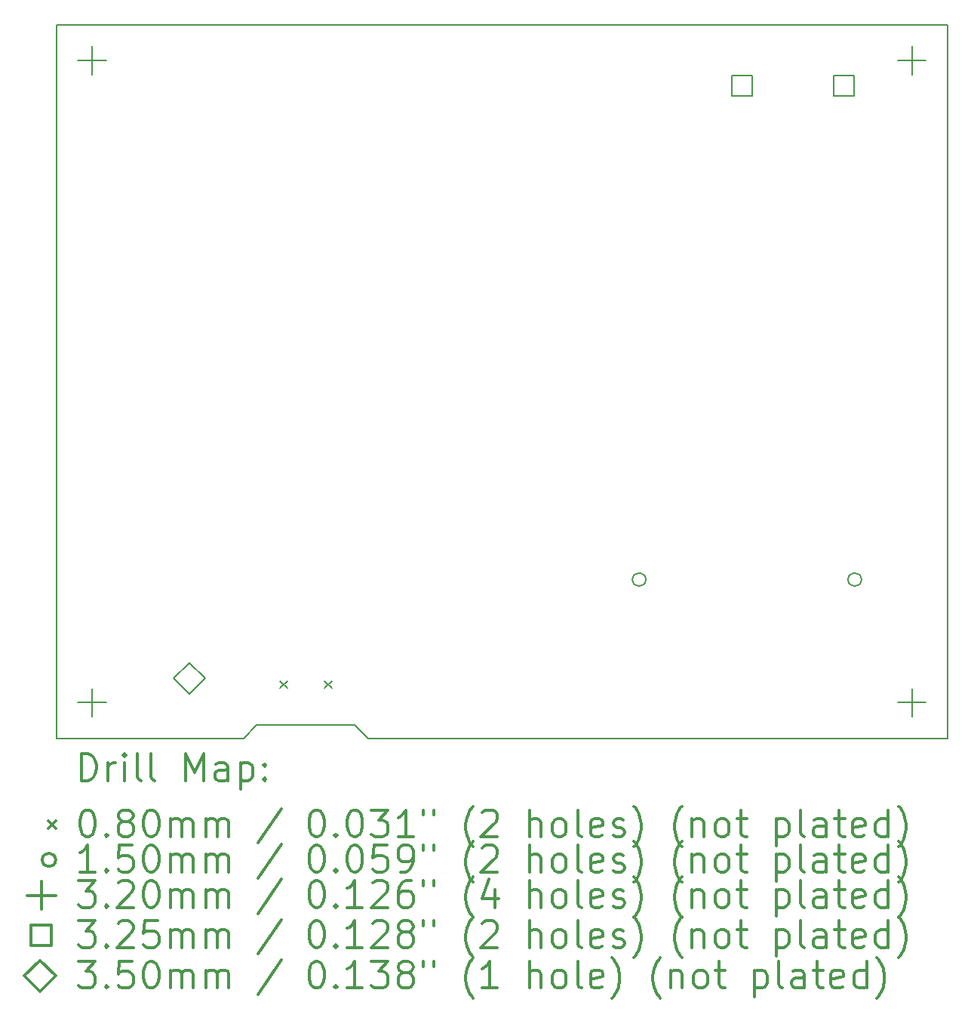
<source format=gbr>
%FSLAX45Y45*%
G04 Gerber Fmt 4.5, Leading zero omitted, Abs format (unit mm)*
G04 Created by KiCad (PCBNEW (5.1.6)-1) date 2021-05-12 21:13:57*
%MOMM*%
%LPD*%
G01*
G04 APERTURE LIST*
%TA.AperFunction,Profile*%
%ADD10C,0.150000*%
%TD*%
%ADD11C,0.200000*%
%ADD12C,0.300000*%
G04 APERTURE END LIST*
D10*
X8100000Y-14000000D02*
X6000000Y-14000000D01*
X9350000Y-13850000D02*
X9500000Y-14000000D01*
X8250000Y-13850000D02*
X9350000Y-13850000D01*
X8250000Y-13850000D02*
X8100000Y-14000000D01*
X16000000Y-6000000D02*
X16000000Y-14000000D01*
X9500000Y-14000000D02*
X16000000Y-14000000D01*
X6000000Y-6000000D02*
X6000000Y-14000000D01*
X6000000Y-6000000D02*
X16000000Y-6000000D01*
D11*
X8510000Y-13355000D02*
X8590000Y-13435000D01*
X8590000Y-13355000D02*
X8510000Y-13435000D01*
X9010000Y-13355000D02*
X9090000Y-13435000D01*
X9090000Y-13355000D02*
X9010000Y-13435000D01*
X12615000Y-12220000D02*
G75*
G03*
X12615000Y-12220000I-75000J0D01*
G01*
X15035000Y-12220000D02*
G75*
G03*
X15035000Y-12220000I-75000J0D01*
G01*
X6400000Y-6240000D02*
X6400000Y-6560000D01*
X6240000Y-6400000D02*
X6560000Y-6400000D01*
X6400000Y-13440000D02*
X6400000Y-13760000D01*
X6240000Y-13600000D02*
X6560000Y-13600000D01*
X15600000Y-13440000D02*
X15600000Y-13760000D01*
X15440000Y-13600000D02*
X15760000Y-13600000D01*
X15600000Y-6240000D02*
X15600000Y-6560000D01*
X15440000Y-6400000D02*
X15760000Y-6400000D01*
X13808906Y-6800906D02*
X13808906Y-6571094D01*
X13579094Y-6571094D01*
X13579094Y-6800906D01*
X13808906Y-6800906D01*
X14951906Y-6800906D02*
X14951906Y-6571094D01*
X14722094Y-6571094D01*
X14722094Y-6800906D01*
X14951906Y-6800906D01*
X7493000Y-13502500D02*
X7668000Y-13327500D01*
X7493000Y-13152500D01*
X7318000Y-13327500D01*
X7493000Y-13502500D01*
D12*
X6278928Y-14473214D02*
X6278928Y-14173214D01*
X6350357Y-14173214D01*
X6393214Y-14187500D01*
X6421786Y-14216071D01*
X6436071Y-14244643D01*
X6450357Y-14301786D01*
X6450357Y-14344643D01*
X6436071Y-14401786D01*
X6421786Y-14430357D01*
X6393214Y-14458929D01*
X6350357Y-14473214D01*
X6278928Y-14473214D01*
X6578928Y-14473214D02*
X6578928Y-14273214D01*
X6578928Y-14330357D02*
X6593214Y-14301786D01*
X6607500Y-14287500D01*
X6636071Y-14273214D01*
X6664643Y-14273214D01*
X6764643Y-14473214D02*
X6764643Y-14273214D01*
X6764643Y-14173214D02*
X6750357Y-14187500D01*
X6764643Y-14201786D01*
X6778928Y-14187500D01*
X6764643Y-14173214D01*
X6764643Y-14201786D01*
X6950357Y-14473214D02*
X6921786Y-14458929D01*
X6907500Y-14430357D01*
X6907500Y-14173214D01*
X7107500Y-14473214D02*
X7078928Y-14458929D01*
X7064643Y-14430357D01*
X7064643Y-14173214D01*
X7450357Y-14473214D02*
X7450357Y-14173214D01*
X7550357Y-14387500D01*
X7650357Y-14173214D01*
X7650357Y-14473214D01*
X7921786Y-14473214D02*
X7921786Y-14316071D01*
X7907500Y-14287500D01*
X7878928Y-14273214D01*
X7821786Y-14273214D01*
X7793214Y-14287500D01*
X7921786Y-14458929D02*
X7893214Y-14473214D01*
X7821786Y-14473214D01*
X7793214Y-14458929D01*
X7778928Y-14430357D01*
X7778928Y-14401786D01*
X7793214Y-14373214D01*
X7821786Y-14358929D01*
X7893214Y-14358929D01*
X7921786Y-14344643D01*
X8064643Y-14273214D02*
X8064643Y-14573214D01*
X8064643Y-14287500D02*
X8093214Y-14273214D01*
X8150357Y-14273214D01*
X8178928Y-14287500D01*
X8193214Y-14301786D01*
X8207500Y-14330357D01*
X8207500Y-14416071D01*
X8193214Y-14444643D01*
X8178928Y-14458929D01*
X8150357Y-14473214D01*
X8093214Y-14473214D01*
X8064643Y-14458929D01*
X8336071Y-14444643D02*
X8350357Y-14458929D01*
X8336071Y-14473214D01*
X8321786Y-14458929D01*
X8336071Y-14444643D01*
X8336071Y-14473214D01*
X8336071Y-14287500D02*
X8350357Y-14301786D01*
X8336071Y-14316071D01*
X8321786Y-14301786D01*
X8336071Y-14287500D01*
X8336071Y-14316071D01*
X5912500Y-14927500D02*
X5992500Y-15007500D01*
X5992500Y-14927500D02*
X5912500Y-15007500D01*
X6336071Y-14803214D02*
X6364643Y-14803214D01*
X6393214Y-14817500D01*
X6407500Y-14831786D01*
X6421786Y-14860357D01*
X6436071Y-14917500D01*
X6436071Y-14988929D01*
X6421786Y-15046071D01*
X6407500Y-15074643D01*
X6393214Y-15088929D01*
X6364643Y-15103214D01*
X6336071Y-15103214D01*
X6307500Y-15088929D01*
X6293214Y-15074643D01*
X6278928Y-15046071D01*
X6264643Y-14988929D01*
X6264643Y-14917500D01*
X6278928Y-14860357D01*
X6293214Y-14831786D01*
X6307500Y-14817500D01*
X6336071Y-14803214D01*
X6564643Y-15074643D02*
X6578928Y-15088929D01*
X6564643Y-15103214D01*
X6550357Y-15088929D01*
X6564643Y-15074643D01*
X6564643Y-15103214D01*
X6750357Y-14931786D02*
X6721786Y-14917500D01*
X6707500Y-14903214D01*
X6693214Y-14874643D01*
X6693214Y-14860357D01*
X6707500Y-14831786D01*
X6721786Y-14817500D01*
X6750357Y-14803214D01*
X6807500Y-14803214D01*
X6836071Y-14817500D01*
X6850357Y-14831786D01*
X6864643Y-14860357D01*
X6864643Y-14874643D01*
X6850357Y-14903214D01*
X6836071Y-14917500D01*
X6807500Y-14931786D01*
X6750357Y-14931786D01*
X6721786Y-14946071D01*
X6707500Y-14960357D01*
X6693214Y-14988929D01*
X6693214Y-15046071D01*
X6707500Y-15074643D01*
X6721786Y-15088929D01*
X6750357Y-15103214D01*
X6807500Y-15103214D01*
X6836071Y-15088929D01*
X6850357Y-15074643D01*
X6864643Y-15046071D01*
X6864643Y-14988929D01*
X6850357Y-14960357D01*
X6836071Y-14946071D01*
X6807500Y-14931786D01*
X7050357Y-14803214D02*
X7078928Y-14803214D01*
X7107500Y-14817500D01*
X7121786Y-14831786D01*
X7136071Y-14860357D01*
X7150357Y-14917500D01*
X7150357Y-14988929D01*
X7136071Y-15046071D01*
X7121786Y-15074643D01*
X7107500Y-15088929D01*
X7078928Y-15103214D01*
X7050357Y-15103214D01*
X7021786Y-15088929D01*
X7007500Y-15074643D01*
X6993214Y-15046071D01*
X6978928Y-14988929D01*
X6978928Y-14917500D01*
X6993214Y-14860357D01*
X7007500Y-14831786D01*
X7021786Y-14817500D01*
X7050357Y-14803214D01*
X7278928Y-15103214D02*
X7278928Y-14903214D01*
X7278928Y-14931786D02*
X7293214Y-14917500D01*
X7321786Y-14903214D01*
X7364643Y-14903214D01*
X7393214Y-14917500D01*
X7407500Y-14946071D01*
X7407500Y-15103214D01*
X7407500Y-14946071D02*
X7421786Y-14917500D01*
X7450357Y-14903214D01*
X7493214Y-14903214D01*
X7521786Y-14917500D01*
X7536071Y-14946071D01*
X7536071Y-15103214D01*
X7678928Y-15103214D02*
X7678928Y-14903214D01*
X7678928Y-14931786D02*
X7693214Y-14917500D01*
X7721786Y-14903214D01*
X7764643Y-14903214D01*
X7793214Y-14917500D01*
X7807500Y-14946071D01*
X7807500Y-15103214D01*
X7807500Y-14946071D02*
X7821786Y-14917500D01*
X7850357Y-14903214D01*
X7893214Y-14903214D01*
X7921786Y-14917500D01*
X7936071Y-14946071D01*
X7936071Y-15103214D01*
X8521786Y-14788929D02*
X8264643Y-15174643D01*
X8907500Y-14803214D02*
X8936071Y-14803214D01*
X8964643Y-14817500D01*
X8978928Y-14831786D01*
X8993214Y-14860357D01*
X9007500Y-14917500D01*
X9007500Y-14988929D01*
X8993214Y-15046071D01*
X8978928Y-15074643D01*
X8964643Y-15088929D01*
X8936071Y-15103214D01*
X8907500Y-15103214D01*
X8878928Y-15088929D01*
X8864643Y-15074643D01*
X8850357Y-15046071D01*
X8836071Y-14988929D01*
X8836071Y-14917500D01*
X8850357Y-14860357D01*
X8864643Y-14831786D01*
X8878928Y-14817500D01*
X8907500Y-14803214D01*
X9136071Y-15074643D02*
X9150357Y-15088929D01*
X9136071Y-15103214D01*
X9121786Y-15088929D01*
X9136071Y-15074643D01*
X9136071Y-15103214D01*
X9336071Y-14803214D02*
X9364643Y-14803214D01*
X9393214Y-14817500D01*
X9407500Y-14831786D01*
X9421786Y-14860357D01*
X9436071Y-14917500D01*
X9436071Y-14988929D01*
X9421786Y-15046071D01*
X9407500Y-15074643D01*
X9393214Y-15088929D01*
X9364643Y-15103214D01*
X9336071Y-15103214D01*
X9307500Y-15088929D01*
X9293214Y-15074643D01*
X9278928Y-15046071D01*
X9264643Y-14988929D01*
X9264643Y-14917500D01*
X9278928Y-14860357D01*
X9293214Y-14831786D01*
X9307500Y-14817500D01*
X9336071Y-14803214D01*
X9536071Y-14803214D02*
X9721786Y-14803214D01*
X9621786Y-14917500D01*
X9664643Y-14917500D01*
X9693214Y-14931786D01*
X9707500Y-14946071D01*
X9721786Y-14974643D01*
X9721786Y-15046071D01*
X9707500Y-15074643D01*
X9693214Y-15088929D01*
X9664643Y-15103214D01*
X9578928Y-15103214D01*
X9550357Y-15088929D01*
X9536071Y-15074643D01*
X10007500Y-15103214D02*
X9836071Y-15103214D01*
X9921786Y-15103214D02*
X9921786Y-14803214D01*
X9893214Y-14846071D01*
X9864643Y-14874643D01*
X9836071Y-14888929D01*
X10121786Y-14803214D02*
X10121786Y-14860357D01*
X10236071Y-14803214D02*
X10236071Y-14860357D01*
X10678928Y-15217500D02*
X10664643Y-15203214D01*
X10636071Y-15160357D01*
X10621786Y-15131786D01*
X10607500Y-15088929D01*
X10593214Y-15017500D01*
X10593214Y-14960357D01*
X10607500Y-14888929D01*
X10621786Y-14846071D01*
X10636071Y-14817500D01*
X10664643Y-14774643D01*
X10678928Y-14760357D01*
X10778928Y-14831786D02*
X10793214Y-14817500D01*
X10821786Y-14803214D01*
X10893214Y-14803214D01*
X10921786Y-14817500D01*
X10936071Y-14831786D01*
X10950357Y-14860357D01*
X10950357Y-14888929D01*
X10936071Y-14931786D01*
X10764643Y-15103214D01*
X10950357Y-15103214D01*
X11307500Y-15103214D02*
X11307500Y-14803214D01*
X11436071Y-15103214D02*
X11436071Y-14946071D01*
X11421786Y-14917500D01*
X11393214Y-14903214D01*
X11350357Y-14903214D01*
X11321786Y-14917500D01*
X11307500Y-14931786D01*
X11621786Y-15103214D02*
X11593214Y-15088929D01*
X11578928Y-15074643D01*
X11564643Y-15046071D01*
X11564643Y-14960357D01*
X11578928Y-14931786D01*
X11593214Y-14917500D01*
X11621786Y-14903214D01*
X11664643Y-14903214D01*
X11693214Y-14917500D01*
X11707500Y-14931786D01*
X11721786Y-14960357D01*
X11721786Y-15046071D01*
X11707500Y-15074643D01*
X11693214Y-15088929D01*
X11664643Y-15103214D01*
X11621786Y-15103214D01*
X11893214Y-15103214D02*
X11864643Y-15088929D01*
X11850357Y-15060357D01*
X11850357Y-14803214D01*
X12121786Y-15088929D02*
X12093214Y-15103214D01*
X12036071Y-15103214D01*
X12007500Y-15088929D01*
X11993214Y-15060357D01*
X11993214Y-14946071D01*
X12007500Y-14917500D01*
X12036071Y-14903214D01*
X12093214Y-14903214D01*
X12121786Y-14917500D01*
X12136071Y-14946071D01*
X12136071Y-14974643D01*
X11993214Y-15003214D01*
X12250357Y-15088929D02*
X12278928Y-15103214D01*
X12336071Y-15103214D01*
X12364643Y-15088929D01*
X12378928Y-15060357D01*
X12378928Y-15046071D01*
X12364643Y-15017500D01*
X12336071Y-15003214D01*
X12293214Y-15003214D01*
X12264643Y-14988929D01*
X12250357Y-14960357D01*
X12250357Y-14946071D01*
X12264643Y-14917500D01*
X12293214Y-14903214D01*
X12336071Y-14903214D01*
X12364643Y-14917500D01*
X12478928Y-15217500D02*
X12493214Y-15203214D01*
X12521786Y-15160357D01*
X12536071Y-15131786D01*
X12550357Y-15088929D01*
X12564643Y-15017500D01*
X12564643Y-14960357D01*
X12550357Y-14888929D01*
X12536071Y-14846071D01*
X12521786Y-14817500D01*
X12493214Y-14774643D01*
X12478928Y-14760357D01*
X13021786Y-15217500D02*
X13007500Y-15203214D01*
X12978928Y-15160357D01*
X12964643Y-15131786D01*
X12950357Y-15088929D01*
X12936071Y-15017500D01*
X12936071Y-14960357D01*
X12950357Y-14888929D01*
X12964643Y-14846071D01*
X12978928Y-14817500D01*
X13007500Y-14774643D01*
X13021786Y-14760357D01*
X13136071Y-14903214D02*
X13136071Y-15103214D01*
X13136071Y-14931786D02*
X13150357Y-14917500D01*
X13178928Y-14903214D01*
X13221786Y-14903214D01*
X13250357Y-14917500D01*
X13264643Y-14946071D01*
X13264643Y-15103214D01*
X13450357Y-15103214D02*
X13421786Y-15088929D01*
X13407500Y-15074643D01*
X13393214Y-15046071D01*
X13393214Y-14960357D01*
X13407500Y-14931786D01*
X13421786Y-14917500D01*
X13450357Y-14903214D01*
X13493214Y-14903214D01*
X13521786Y-14917500D01*
X13536071Y-14931786D01*
X13550357Y-14960357D01*
X13550357Y-15046071D01*
X13536071Y-15074643D01*
X13521786Y-15088929D01*
X13493214Y-15103214D01*
X13450357Y-15103214D01*
X13636071Y-14903214D02*
X13750357Y-14903214D01*
X13678928Y-14803214D02*
X13678928Y-15060357D01*
X13693214Y-15088929D01*
X13721786Y-15103214D01*
X13750357Y-15103214D01*
X14078928Y-14903214D02*
X14078928Y-15203214D01*
X14078928Y-14917500D02*
X14107500Y-14903214D01*
X14164643Y-14903214D01*
X14193214Y-14917500D01*
X14207500Y-14931786D01*
X14221786Y-14960357D01*
X14221786Y-15046071D01*
X14207500Y-15074643D01*
X14193214Y-15088929D01*
X14164643Y-15103214D01*
X14107500Y-15103214D01*
X14078928Y-15088929D01*
X14393214Y-15103214D02*
X14364643Y-15088929D01*
X14350357Y-15060357D01*
X14350357Y-14803214D01*
X14636071Y-15103214D02*
X14636071Y-14946071D01*
X14621786Y-14917500D01*
X14593214Y-14903214D01*
X14536071Y-14903214D01*
X14507500Y-14917500D01*
X14636071Y-15088929D02*
X14607500Y-15103214D01*
X14536071Y-15103214D01*
X14507500Y-15088929D01*
X14493214Y-15060357D01*
X14493214Y-15031786D01*
X14507500Y-15003214D01*
X14536071Y-14988929D01*
X14607500Y-14988929D01*
X14636071Y-14974643D01*
X14736071Y-14903214D02*
X14850357Y-14903214D01*
X14778928Y-14803214D02*
X14778928Y-15060357D01*
X14793214Y-15088929D01*
X14821786Y-15103214D01*
X14850357Y-15103214D01*
X15064643Y-15088929D02*
X15036071Y-15103214D01*
X14978928Y-15103214D01*
X14950357Y-15088929D01*
X14936071Y-15060357D01*
X14936071Y-14946071D01*
X14950357Y-14917500D01*
X14978928Y-14903214D01*
X15036071Y-14903214D01*
X15064643Y-14917500D01*
X15078928Y-14946071D01*
X15078928Y-14974643D01*
X14936071Y-15003214D01*
X15336071Y-15103214D02*
X15336071Y-14803214D01*
X15336071Y-15088929D02*
X15307500Y-15103214D01*
X15250357Y-15103214D01*
X15221786Y-15088929D01*
X15207500Y-15074643D01*
X15193214Y-15046071D01*
X15193214Y-14960357D01*
X15207500Y-14931786D01*
X15221786Y-14917500D01*
X15250357Y-14903214D01*
X15307500Y-14903214D01*
X15336071Y-14917500D01*
X15450357Y-15217500D02*
X15464643Y-15203214D01*
X15493214Y-15160357D01*
X15507500Y-15131786D01*
X15521786Y-15088929D01*
X15536071Y-15017500D01*
X15536071Y-14960357D01*
X15521786Y-14888929D01*
X15507500Y-14846071D01*
X15493214Y-14817500D01*
X15464643Y-14774643D01*
X15450357Y-14760357D01*
X5992500Y-15363500D02*
G75*
G03*
X5992500Y-15363500I-75000J0D01*
G01*
X6436071Y-15499214D02*
X6264643Y-15499214D01*
X6350357Y-15499214D02*
X6350357Y-15199214D01*
X6321786Y-15242071D01*
X6293214Y-15270643D01*
X6264643Y-15284929D01*
X6564643Y-15470643D02*
X6578928Y-15484929D01*
X6564643Y-15499214D01*
X6550357Y-15484929D01*
X6564643Y-15470643D01*
X6564643Y-15499214D01*
X6850357Y-15199214D02*
X6707500Y-15199214D01*
X6693214Y-15342071D01*
X6707500Y-15327786D01*
X6736071Y-15313500D01*
X6807500Y-15313500D01*
X6836071Y-15327786D01*
X6850357Y-15342071D01*
X6864643Y-15370643D01*
X6864643Y-15442071D01*
X6850357Y-15470643D01*
X6836071Y-15484929D01*
X6807500Y-15499214D01*
X6736071Y-15499214D01*
X6707500Y-15484929D01*
X6693214Y-15470643D01*
X7050357Y-15199214D02*
X7078928Y-15199214D01*
X7107500Y-15213500D01*
X7121786Y-15227786D01*
X7136071Y-15256357D01*
X7150357Y-15313500D01*
X7150357Y-15384929D01*
X7136071Y-15442071D01*
X7121786Y-15470643D01*
X7107500Y-15484929D01*
X7078928Y-15499214D01*
X7050357Y-15499214D01*
X7021786Y-15484929D01*
X7007500Y-15470643D01*
X6993214Y-15442071D01*
X6978928Y-15384929D01*
X6978928Y-15313500D01*
X6993214Y-15256357D01*
X7007500Y-15227786D01*
X7021786Y-15213500D01*
X7050357Y-15199214D01*
X7278928Y-15499214D02*
X7278928Y-15299214D01*
X7278928Y-15327786D02*
X7293214Y-15313500D01*
X7321786Y-15299214D01*
X7364643Y-15299214D01*
X7393214Y-15313500D01*
X7407500Y-15342071D01*
X7407500Y-15499214D01*
X7407500Y-15342071D02*
X7421786Y-15313500D01*
X7450357Y-15299214D01*
X7493214Y-15299214D01*
X7521786Y-15313500D01*
X7536071Y-15342071D01*
X7536071Y-15499214D01*
X7678928Y-15499214D02*
X7678928Y-15299214D01*
X7678928Y-15327786D02*
X7693214Y-15313500D01*
X7721786Y-15299214D01*
X7764643Y-15299214D01*
X7793214Y-15313500D01*
X7807500Y-15342071D01*
X7807500Y-15499214D01*
X7807500Y-15342071D02*
X7821786Y-15313500D01*
X7850357Y-15299214D01*
X7893214Y-15299214D01*
X7921786Y-15313500D01*
X7936071Y-15342071D01*
X7936071Y-15499214D01*
X8521786Y-15184929D02*
X8264643Y-15570643D01*
X8907500Y-15199214D02*
X8936071Y-15199214D01*
X8964643Y-15213500D01*
X8978928Y-15227786D01*
X8993214Y-15256357D01*
X9007500Y-15313500D01*
X9007500Y-15384929D01*
X8993214Y-15442071D01*
X8978928Y-15470643D01*
X8964643Y-15484929D01*
X8936071Y-15499214D01*
X8907500Y-15499214D01*
X8878928Y-15484929D01*
X8864643Y-15470643D01*
X8850357Y-15442071D01*
X8836071Y-15384929D01*
X8836071Y-15313500D01*
X8850357Y-15256357D01*
X8864643Y-15227786D01*
X8878928Y-15213500D01*
X8907500Y-15199214D01*
X9136071Y-15470643D02*
X9150357Y-15484929D01*
X9136071Y-15499214D01*
X9121786Y-15484929D01*
X9136071Y-15470643D01*
X9136071Y-15499214D01*
X9336071Y-15199214D02*
X9364643Y-15199214D01*
X9393214Y-15213500D01*
X9407500Y-15227786D01*
X9421786Y-15256357D01*
X9436071Y-15313500D01*
X9436071Y-15384929D01*
X9421786Y-15442071D01*
X9407500Y-15470643D01*
X9393214Y-15484929D01*
X9364643Y-15499214D01*
X9336071Y-15499214D01*
X9307500Y-15484929D01*
X9293214Y-15470643D01*
X9278928Y-15442071D01*
X9264643Y-15384929D01*
X9264643Y-15313500D01*
X9278928Y-15256357D01*
X9293214Y-15227786D01*
X9307500Y-15213500D01*
X9336071Y-15199214D01*
X9707500Y-15199214D02*
X9564643Y-15199214D01*
X9550357Y-15342071D01*
X9564643Y-15327786D01*
X9593214Y-15313500D01*
X9664643Y-15313500D01*
X9693214Y-15327786D01*
X9707500Y-15342071D01*
X9721786Y-15370643D01*
X9721786Y-15442071D01*
X9707500Y-15470643D01*
X9693214Y-15484929D01*
X9664643Y-15499214D01*
X9593214Y-15499214D01*
X9564643Y-15484929D01*
X9550357Y-15470643D01*
X9864643Y-15499214D02*
X9921786Y-15499214D01*
X9950357Y-15484929D01*
X9964643Y-15470643D01*
X9993214Y-15427786D01*
X10007500Y-15370643D01*
X10007500Y-15256357D01*
X9993214Y-15227786D01*
X9978928Y-15213500D01*
X9950357Y-15199214D01*
X9893214Y-15199214D01*
X9864643Y-15213500D01*
X9850357Y-15227786D01*
X9836071Y-15256357D01*
X9836071Y-15327786D01*
X9850357Y-15356357D01*
X9864643Y-15370643D01*
X9893214Y-15384929D01*
X9950357Y-15384929D01*
X9978928Y-15370643D01*
X9993214Y-15356357D01*
X10007500Y-15327786D01*
X10121786Y-15199214D02*
X10121786Y-15256357D01*
X10236071Y-15199214D02*
X10236071Y-15256357D01*
X10678928Y-15613500D02*
X10664643Y-15599214D01*
X10636071Y-15556357D01*
X10621786Y-15527786D01*
X10607500Y-15484929D01*
X10593214Y-15413500D01*
X10593214Y-15356357D01*
X10607500Y-15284929D01*
X10621786Y-15242071D01*
X10636071Y-15213500D01*
X10664643Y-15170643D01*
X10678928Y-15156357D01*
X10778928Y-15227786D02*
X10793214Y-15213500D01*
X10821786Y-15199214D01*
X10893214Y-15199214D01*
X10921786Y-15213500D01*
X10936071Y-15227786D01*
X10950357Y-15256357D01*
X10950357Y-15284929D01*
X10936071Y-15327786D01*
X10764643Y-15499214D01*
X10950357Y-15499214D01*
X11307500Y-15499214D02*
X11307500Y-15199214D01*
X11436071Y-15499214D02*
X11436071Y-15342071D01*
X11421786Y-15313500D01*
X11393214Y-15299214D01*
X11350357Y-15299214D01*
X11321786Y-15313500D01*
X11307500Y-15327786D01*
X11621786Y-15499214D02*
X11593214Y-15484929D01*
X11578928Y-15470643D01*
X11564643Y-15442071D01*
X11564643Y-15356357D01*
X11578928Y-15327786D01*
X11593214Y-15313500D01*
X11621786Y-15299214D01*
X11664643Y-15299214D01*
X11693214Y-15313500D01*
X11707500Y-15327786D01*
X11721786Y-15356357D01*
X11721786Y-15442071D01*
X11707500Y-15470643D01*
X11693214Y-15484929D01*
X11664643Y-15499214D01*
X11621786Y-15499214D01*
X11893214Y-15499214D02*
X11864643Y-15484929D01*
X11850357Y-15456357D01*
X11850357Y-15199214D01*
X12121786Y-15484929D02*
X12093214Y-15499214D01*
X12036071Y-15499214D01*
X12007500Y-15484929D01*
X11993214Y-15456357D01*
X11993214Y-15342071D01*
X12007500Y-15313500D01*
X12036071Y-15299214D01*
X12093214Y-15299214D01*
X12121786Y-15313500D01*
X12136071Y-15342071D01*
X12136071Y-15370643D01*
X11993214Y-15399214D01*
X12250357Y-15484929D02*
X12278928Y-15499214D01*
X12336071Y-15499214D01*
X12364643Y-15484929D01*
X12378928Y-15456357D01*
X12378928Y-15442071D01*
X12364643Y-15413500D01*
X12336071Y-15399214D01*
X12293214Y-15399214D01*
X12264643Y-15384929D01*
X12250357Y-15356357D01*
X12250357Y-15342071D01*
X12264643Y-15313500D01*
X12293214Y-15299214D01*
X12336071Y-15299214D01*
X12364643Y-15313500D01*
X12478928Y-15613500D02*
X12493214Y-15599214D01*
X12521786Y-15556357D01*
X12536071Y-15527786D01*
X12550357Y-15484929D01*
X12564643Y-15413500D01*
X12564643Y-15356357D01*
X12550357Y-15284929D01*
X12536071Y-15242071D01*
X12521786Y-15213500D01*
X12493214Y-15170643D01*
X12478928Y-15156357D01*
X13021786Y-15613500D02*
X13007500Y-15599214D01*
X12978928Y-15556357D01*
X12964643Y-15527786D01*
X12950357Y-15484929D01*
X12936071Y-15413500D01*
X12936071Y-15356357D01*
X12950357Y-15284929D01*
X12964643Y-15242071D01*
X12978928Y-15213500D01*
X13007500Y-15170643D01*
X13021786Y-15156357D01*
X13136071Y-15299214D02*
X13136071Y-15499214D01*
X13136071Y-15327786D02*
X13150357Y-15313500D01*
X13178928Y-15299214D01*
X13221786Y-15299214D01*
X13250357Y-15313500D01*
X13264643Y-15342071D01*
X13264643Y-15499214D01*
X13450357Y-15499214D02*
X13421786Y-15484929D01*
X13407500Y-15470643D01*
X13393214Y-15442071D01*
X13393214Y-15356357D01*
X13407500Y-15327786D01*
X13421786Y-15313500D01*
X13450357Y-15299214D01*
X13493214Y-15299214D01*
X13521786Y-15313500D01*
X13536071Y-15327786D01*
X13550357Y-15356357D01*
X13550357Y-15442071D01*
X13536071Y-15470643D01*
X13521786Y-15484929D01*
X13493214Y-15499214D01*
X13450357Y-15499214D01*
X13636071Y-15299214D02*
X13750357Y-15299214D01*
X13678928Y-15199214D02*
X13678928Y-15456357D01*
X13693214Y-15484929D01*
X13721786Y-15499214D01*
X13750357Y-15499214D01*
X14078928Y-15299214D02*
X14078928Y-15599214D01*
X14078928Y-15313500D02*
X14107500Y-15299214D01*
X14164643Y-15299214D01*
X14193214Y-15313500D01*
X14207500Y-15327786D01*
X14221786Y-15356357D01*
X14221786Y-15442071D01*
X14207500Y-15470643D01*
X14193214Y-15484929D01*
X14164643Y-15499214D01*
X14107500Y-15499214D01*
X14078928Y-15484929D01*
X14393214Y-15499214D02*
X14364643Y-15484929D01*
X14350357Y-15456357D01*
X14350357Y-15199214D01*
X14636071Y-15499214D02*
X14636071Y-15342071D01*
X14621786Y-15313500D01*
X14593214Y-15299214D01*
X14536071Y-15299214D01*
X14507500Y-15313500D01*
X14636071Y-15484929D02*
X14607500Y-15499214D01*
X14536071Y-15499214D01*
X14507500Y-15484929D01*
X14493214Y-15456357D01*
X14493214Y-15427786D01*
X14507500Y-15399214D01*
X14536071Y-15384929D01*
X14607500Y-15384929D01*
X14636071Y-15370643D01*
X14736071Y-15299214D02*
X14850357Y-15299214D01*
X14778928Y-15199214D02*
X14778928Y-15456357D01*
X14793214Y-15484929D01*
X14821786Y-15499214D01*
X14850357Y-15499214D01*
X15064643Y-15484929D02*
X15036071Y-15499214D01*
X14978928Y-15499214D01*
X14950357Y-15484929D01*
X14936071Y-15456357D01*
X14936071Y-15342071D01*
X14950357Y-15313500D01*
X14978928Y-15299214D01*
X15036071Y-15299214D01*
X15064643Y-15313500D01*
X15078928Y-15342071D01*
X15078928Y-15370643D01*
X14936071Y-15399214D01*
X15336071Y-15499214D02*
X15336071Y-15199214D01*
X15336071Y-15484929D02*
X15307500Y-15499214D01*
X15250357Y-15499214D01*
X15221786Y-15484929D01*
X15207500Y-15470643D01*
X15193214Y-15442071D01*
X15193214Y-15356357D01*
X15207500Y-15327786D01*
X15221786Y-15313500D01*
X15250357Y-15299214D01*
X15307500Y-15299214D01*
X15336071Y-15313500D01*
X15450357Y-15613500D02*
X15464643Y-15599214D01*
X15493214Y-15556357D01*
X15507500Y-15527786D01*
X15521786Y-15484929D01*
X15536071Y-15413500D01*
X15536071Y-15356357D01*
X15521786Y-15284929D01*
X15507500Y-15242071D01*
X15493214Y-15213500D01*
X15464643Y-15170643D01*
X15450357Y-15156357D01*
X5832500Y-15599500D02*
X5832500Y-15919500D01*
X5672500Y-15759500D02*
X5992500Y-15759500D01*
X6250357Y-15595214D02*
X6436071Y-15595214D01*
X6336071Y-15709500D01*
X6378928Y-15709500D01*
X6407500Y-15723786D01*
X6421786Y-15738071D01*
X6436071Y-15766643D01*
X6436071Y-15838071D01*
X6421786Y-15866643D01*
X6407500Y-15880929D01*
X6378928Y-15895214D01*
X6293214Y-15895214D01*
X6264643Y-15880929D01*
X6250357Y-15866643D01*
X6564643Y-15866643D02*
X6578928Y-15880929D01*
X6564643Y-15895214D01*
X6550357Y-15880929D01*
X6564643Y-15866643D01*
X6564643Y-15895214D01*
X6693214Y-15623786D02*
X6707500Y-15609500D01*
X6736071Y-15595214D01*
X6807500Y-15595214D01*
X6836071Y-15609500D01*
X6850357Y-15623786D01*
X6864643Y-15652357D01*
X6864643Y-15680929D01*
X6850357Y-15723786D01*
X6678928Y-15895214D01*
X6864643Y-15895214D01*
X7050357Y-15595214D02*
X7078928Y-15595214D01*
X7107500Y-15609500D01*
X7121786Y-15623786D01*
X7136071Y-15652357D01*
X7150357Y-15709500D01*
X7150357Y-15780929D01*
X7136071Y-15838071D01*
X7121786Y-15866643D01*
X7107500Y-15880929D01*
X7078928Y-15895214D01*
X7050357Y-15895214D01*
X7021786Y-15880929D01*
X7007500Y-15866643D01*
X6993214Y-15838071D01*
X6978928Y-15780929D01*
X6978928Y-15709500D01*
X6993214Y-15652357D01*
X7007500Y-15623786D01*
X7021786Y-15609500D01*
X7050357Y-15595214D01*
X7278928Y-15895214D02*
X7278928Y-15695214D01*
X7278928Y-15723786D02*
X7293214Y-15709500D01*
X7321786Y-15695214D01*
X7364643Y-15695214D01*
X7393214Y-15709500D01*
X7407500Y-15738071D01*
X7407500Y-15895214D01*
X7407500Y-15738071D02*
X7421786Y-15709500D01*
X7450357Y-15695214D01*
X7493214Y-15695214D01*
X7521786Y-15709500D01*
X7536071Y-15738071D01*
X7536071Y-15895214D01*
X7678928Y-15895214D02*
X7678928Y-15695214D01*
X7678928Y-15723786D02*
X7693214Y-15709500D01*
X7721786Y-15695214D01*
X7764643Y-15695214D01*
X7793214Y-15709500D01*
X7807500Y-15738071D01*
X7807500Y-15895214D01*
X7807500Y-15738071D02*
X7821786Y-15709500D01*
X7850357Y-15695214D01*
X7893214Y-15695214D01*
X7921786Y-15709500D01*
X7936071Y-15738071D01*
X7936071Y-15895214D01*
X8521786Y-15580929D02*
X8264643Y-15966643D01*
X8907500Y-15595214D02*
X8936071Y-15595214D01*
X8964643Y-15609500D01*
X8978928Y-15623786D01*
X8993214Y-15652357D01*
X9007500Y-15709500D01*
X9007500Y-15780929D01*
X8993214Y-15838071D01*
X8978928Y-15866643D01*
X8964643Y-15880929D01*
X8936071Y-15895214D01*
X8907500Y-15895214D01*
X8878928Y-15880929D01*
X8864643Y-15866643D01*
X8850357Y-15838071D01*
X8836071Y-15780929D01*
X8836071Y-15709500D01*
X8850357Y-15652357D01*
X8864643Y-15623786D01*
X8878928Y-15609500D01*
X8907500Y-15595214D01*
X9136071Y-15866643D02*
X9150357Y-15880929D01*
X9136071Y-15895214D01*
X9121786Y-15880929D01*
X9136071Y-15866643D01*
X9136071Y-15895214D01*
X9436071Y-15895214D02*
X9264643Y-15895214D01*
X9350357Y-15895214D02*
X9350357Y-15595214D01*
X9321786Y-15638071D01*
X9293214Y-15666643D01*
X9264643Y-15680929D01*
X9550357Y-15623786D02*
X9564643Y-15609500D01*
X9593214Y-15595214D01*
X9664643Y-15595214D01*
X9693214Y-15609500D01*
X9707500Y-15623786D01*
X9721786Y-15652357D01*
X9721786Y-15680929D01*
X9707500Y-15723786D01*
X9536071Y-15895214D01*
X9721786Y-15895214D01*
X9978928Y-15595214D02*
X9921786Y-15595214D01*
X9893214Y-15609500D01*
X9878928Y-15623786D01*
X9850357Y-15666643D01*
X9836071Y-15723786D01*
X9836071Y-15838071D01*
X9850357Y-15866643D01*
X9864643Y-15880929D01*
X9893214Y-15895214D01*
X9950357Y-15895214D01*
X9978928Y-15880929D01*
X9993214Y-15866643D01*
X10007500Y-15838071D01*
X10007500Y-15766643D01*
X9993214Y-15738071D01*
X9978928Y-15723786D01*
X9950357Y-15709500D01*
X9893214Y-15709500D01*
X9864643Y-15723786D01*
X9850357Y-15738071D01*
X9836071Y-15766643D01*
X10121786Y-15595214D02*
X10121786Y-15652357D01*
X10236071Y-15595214D02*
X10236071Y-15652357D01*
X10678928Y-16009500D02*
X10664643Y-15995214D01*
X10636071Y-15952357D01*
X10621786Y-15923786D01*
X10607500Y-15880929D01*
X10593214Y-15809500D01*
X10593214Y-15752357D01*
X10607500Y-15680929D01*
X10621786Y-15638071D01*
X10636071Y-15609500D01*
X10664643Y-15566643D01*
X10678928Y-15552357D01*
X10921786Y-15695214D02*
X10921786Y-15895214D01*
X10850357Y-15580929D02*
X10778928Y-15795214D01*
X10964643Y-15795214D01*
X11307500Y-15895214D02*
X11307500Y-15595214D01*
X11436071Y-15895214D02*
X11436071Y-15738071D01*
X11421786Y-15709500D01*
X11393214Y-15695214D01*
X11350357Y-15695214D01*
X11321786Y-15709500D01*
X11307500Y-15723786D01*
X11621786Y-15895214D02*
X11593214Y-15880929D01*
X11578928Y-15866643D01*
X11564643Y-15838071D01*
X11564643Y-15752357D01*
X11578928Y-15723786D01*
X11593214Y-15709500D01*
X11621786Y-15695214D01*
X11664643Y-15695214D01*
X11693214Y-15709500D01*
X11707500Y-15723786D01*
X11721786Y-15752357D01*
X11721786Y-15838071D01*
X11707500Y-15866643D01*
X11693214Y-15880929D01*
X11664643Y-15895214D01*
X11621786Y-15895214D01*
X11893214Y-15895214D02*
X11864643Y-15880929D01*
X11850357Y-15852357D01*
X11850357Y-15595214D01*
X12121786Y-15880929D02*
X12093214Y-15895214D01*
X12036071Y-15895214D01*
X12007500Y-15880929D01*
X11993214Y-15852357D01*
X11993214Y-15738071D01*
X12007500Y-15709500D01*
X12036071Y-15695214D01*
X12093214Y-15695214D01*
X12121786Y-15709500D01*
X12136071Y-15738071D01*
X12136071Y-15766643D01*
X11993214Y-15795214D01*
X12250357Y-15880929D02*
X12278928Y-15895214D01*
X12336071Y-15895214D01*
X12364643Y-15880929D01*
X12378928Y-15852357D01*
X12378928Y-15838071D01*
X12364643Y-15809500D01*
X12336071Y-15795214D01*
X12293214Y-15795214D01*
X12264643Y-15780929D01*
X12250357Y-15752357D01*
X12250357Y-15738071D01*
X12264643Y-15709500D01*
X12293214Y-15695214D01*
X12336071Y-15695214D01*
X12364643Y-15709500D01*
X12478928Y-16009500D02*
X12493214Y-15995214D01*
X12521786Y-15952357D01*
X12536071Y-15923786D01*
X12550357Y-15880929D01*
X12564643Y-15809500D01*
X12564643Y-15752357D01*
X12550357Y-15680929D01*
X12536071Y-15638071D01*
X12521786Y-15609500D01*
X12493214Y-15566643D01*
X12478928Y-15552357D01*
X13021786Y-16009500D02*
X13007500Y-15995214D01*
X12978928Y-15952357D01*
X12964643Y-15923786D01*
X12950357Y-15880929D01*
X12936071Y-15809500D01*
X12936071Y-15752357D01*
X12950357Y-15680929D01*
X12964643Y-15638071D01*
X12978928Y-15609500D01*
X13007500Y-15566643D01*
X13021786Y-15552357D01*
X13136071Y-15695214D02*
X13136071Y-15895214D01*
X13136071Y-15723786D02*
X13150357Y-15709500D01*
X13178928Y-15695214D01*
X13221786Y-15695214D01*
X13250357Y-15709500D01*
X13264643Y-15738071D01*
X13264643Y-15895214D01*
X13450357Y-15895214D02*
X13421786Y-15880929D01*
X13407500Y-15866643D01*
X13393214Y-15838071D01*
X13393214Y-15752357D01*
X13407500Y-15723786D01*
X13421786Y-15709500D01*
X13450357Y-15695214D01*
X13493214Y-15695214D01*
X13521786Y-15709500D01*
X13536071Y-15723786D01*
X13550357Y-15752357D01*
X13550357Y-15838071D01*
X13536071Y-15866643D01*
X13521786Y-15880929D01*
X13493214Y-15895214D01*
X13450357Y-15895214D01*
X13636071Y-15695214D02*
X13750357Y-15695214D01*
X13678928Y-15595214D02*
X13678928Y-15852357D01*
X13693214Y-15880929D01*
X13721786Y-15895214D01*
X13750357Y-15895214D01*
X14078928Y-15695214D02*
X14078928Y-15995214D01*
X14078928Y-15709500D02*
X14107500Y-15695214D01*
X14164643Y-15695214D01*
X14193214Y-15709500D01*
X14207500Y-15723786D01*
X14221786Y-15752357D01*
X14221786Y-15838071D01*
X14207500Y-15866643D01*
X14193214Y-15880929D01*
X14164643Y-15895214D01*
X14107500Y-15895214D01*
X14078928Y-15880929D01*
X14393214Y-15895214D02*
X14364643Y-15880929D01*
X14350357Y-15852357D01*
X14350357Y-15595214D01*
X14636071Y-15895214D02*
X14636071Y-15738071D01*
X14621786Y-15709500D01*
X14593214Y-15695214D01*
X14536071Y-15695214D01*
X14507500Y-15709500D01*
X14636071Y-15880929D02*
X14607500Y-15895214D01*
X14536071Y-15895214D01*
X14507500Y-15880929D01*
X14493214Y-15852357D01*
X14493214Y-15823786D01*
X14507500Y-15795214D01*
X14536071Y-15780929D01*
X14607500Y-15780929D01*
X14636071Y-15766643D01*
X14736071Y-15695214D02*
X14850357Y-15695214D01*
X14778928Y-15595214D02*
X14778928Y-15852357D01*
X14793214Y-15880929D01*
X14821786Y-15895214D01*
X14850357Y-15895214D01*
X15064643Y-15880929D02*
X15036071Y-15895214D01*
X14978928Y-15895214D01*
X14950357Y-15880929D01*
X14936071Y-15852357D01*
X14936071Y-15738071D01*
X14950357Y-15709500D01*
X14978928Y-15695214D01*
X15036071Y-15695214D01*
X15064643Y-15709500D01*
X15078928Y-15738071D01*
X15078928Y-15766643D01*
X14936071Y-15795214D01*
X15336071Y-15895214D02*
X15336071Y-15595214D01*
X15336071Y-15880929D02*
X15307500Y-15895214D01*
X15250357Y-15895214D01*
X15221786Y-15880929D01*
X15207500Y-15866643D01*
X15193214Y-15838071D01*
X15193214Y-15752357D01*
X15207500Y-15723786D01*
X15221786Y-15709500D01*
X15250357Y-15695214D01*
X15307500Y-15695214D01*
X15336071Y-15709500D01*
X15450357Y-16009500D02*
X15464643Y-15995214D01*
X15493214Y-15952357D01*
X15507500Y-15923786D01*
X15521786Y-15880929D01*
X15536071Y-15809500D01*
X15536071Y-15752357D01*
X15521786Y-15680929D01*
X15507500Y-15638071D01*
X15493214Y-15609500D01*
X15464643Y-15566643D01*
X15450357Y-15552357D01*
X5944906Y-16324406D02*
X5944906Y-16094594D01*
X5715094Y-16094594D01*
X5715094Y-16324406D01*
X5944906Y-16324406D01*
X6250357Y-16045214D02*
X6436071Y-16045214D01*
X6336071Y-16159500D01*
X6378928Y-16159500D01*
X6407500Y-16173786D01*
X6421786Y-16188071D01*
X6436071Y-16216643D01*
X6436071Y-16288071D01*
X6421786Y-16316643D01*
X6407500Y-16330929D01*
X6378928Y-16345214D01*
X6293214Y-16345214D01*
X6264643Y-16330929D01*
X6250357Y-16316643D01*
X6564643Y-16316643D02*
X6578928Y-16330929D01*
X6564643Y-16345214D01*
X6550357Y-16330929D01*
X6564643Y-16316643D01*
X6564643Y-16345214D01*
X6693214Y-16073786D02*
X6707500Y-16059500D01*
X6736071Y-16045214D01*
X6807500Y-16045214D01*
X6836071Y-16059500D01*
X6850357Y-16073786D01*
X6864643Y-16102357D01*
X6864643Y-16130929D01*
X6850357Y-16173786D01*
X6678928Y-16345214D01*
X6864643Y-16345214D01*
X7136071Y-16045214D02*
X6993214Y-16045214D01*
X6978928Y-16188071D01*
X6993214Y-16173786D01*
X7021786Y-16159500D01*
X7093214Y-16159500D01*
X7121786Y-16173786D01*
X7136071Y-16188071D01*
X7150357Y-16216643D01*
X7150357Y-16288071D01*
X7136071Y-16316643D01*
X7121786Y-16330929D01*
X7093214Y-16345214D01*
X7021786Y-16345214D01*
X6993214Y-16330929D01*
X6978928Y-16316643D01*
X7278928Y-16345214D02*
X7278928Y-16145214D01*
X7278928Y-16173786D02*
X7293214Y-16159500D01*
X7321786Y-16145214D01*
X7364643Y-16145214D01*
X7393214Y-16159500D01*
X7407500Y-16188071D01*
X7407500Y-16345214D01*
X7407500Y-16188071D02*
X7421786Y-16159500D01*
X7450357Y-16145214D01*
X7493214Y-16145214D01*
X7521786Y-16159500D01*
X7536071Y-16188071D01*
X7536071Y-16345214D01*
X7678928Y-16345214D02*
X7678928Y-16145214D01*
X7678928Y-16173786D02*
X7693214Y-16159500D01*
X7721786Y-16145214D01*
X7764643Y-16145214D01*
X7793214Y-16159500D01*
X7807500Y-16188071D01*
X7807500Y-16345214D01*
X7807500Y-16188071D02*
X7821786Y-16159500D01*
X7850357Y-16145214D01*
X7893214Y-16145214D01*
X7921786Y-16159500D01*
X7936071Y-16188071D01*
X7936071Y-16345214D01*
X8521786Y-16030929D02*
X8264643Y-16416643D01*
X8907500Y-16045214D02*
X8936071Y-16045214D01*
X8964643Y-16059500D01*
X8978928Y-16073786D01*
X8993214Y-16102357D01*
X9007500Y-16159500D01*
X9007500Y-16230929D01*
X8993214Y-16288071D01*
X8978928Y-16316643D01*
X8964643Y-16330929D01*
X8936071Y-16345214D01*
X8907500Y-16345214D01*
X8878928Y-16330929D01*
X8864643Y-16316643D01*
X8850357Y-16288071D01*
X8836071Y-16230929D01*
X8836071Y-16159500D01*
X8850357Y-16102357D01*
X8864643Y-16073786D01*
X8878928Y-16059500D01*
X8907500Y-16045214D01*
X9136071Y-16316643D02*
X9150357Y-16330929D01*
X9136071Y-16345214D01*
X9121786Y-16330929D01*
X9136071Y-16316643D01*
X9136071Y-16345214D01*
X9436071Y-16345214D02*
X9264643Y-16345214D01*
X9350357Y-16345214D02*
X9350357Y-16045214D01*
X9321786Y-16088071D01*
X9293214Y-16116643D01*
X9264643Y-16130929D01*
X9550357Y-16073786D02*
X9564643Y-16059500D01*
X9593214Y-16045214D01*
X9664643Y-16045214D01*
X9693214Y-16059500D01*
X9707500Y-16073786D01*
X9721786Y-16102357D01*
X9721786Y-16130929D01*
X9707500Y-16173786D01*
X9536071Y-16345214D01*
X9721786Y-16345214D01*
X9893214Y-16173786D02*
X9864643Y-16159500D01*
X9850357Y-16145214D01*
X9836071Y-16116643D01*
X9836071Y-16102357D01*
X9850357Y-16073786D01*
X9864643Y-16059500D01*
X9893214Y-16045214D01*
X9950357Y-16045214D01*
X9978928Y-16059500D01*
X9993214Y-16073786D01*
X10007500Y-16102357D01*
X10007500Y-16116643D01*
X9993214Y-16145214D01*
X9978928Y-16159500D01*
X9950357Y-16173786D01*
X9893214Y-16173786D01*
X9864643Y-16188071D01*
X9850357Y-16202357D01*
X9836071Y-16230929D01*
X9836071Y-16288071D01*
X9850357Y-16316643D01*
X9864643Y-16330929D01*
X9893214Y-16345214D01*
X9950357Y-16345214D01*
X9978928Y-16330929D01*
X9993214Y-16316643D01*
X10007500Y-16288071D01*
X10007500Y-16230929D01*
X9993214Y-16202357D01*
X9978928Y-16188071D01*
X9950357Y-16173786D01*
X10121786Y-16045214D02*
X10121786Y-16102357D01*
X10236071Y-16045214D02*
X10236071Y-16102357D01*
X10678928Y-16459500D02*
X10664643Y-16445214D01*
X10636071Y-16402357D01*
X10621786Y-16373786D01*
X10607500Y-16330929D01*
X10593214Y-16259500D01*
X10593214Y-16202357D01*
X10607500Y-16130929D01*
X10621786Y-16088071D01*
X10636071Y-16059500D01*
X10664643Y-16016643D01*
X10678928Y-16002357D01*
X10778928Y-16073786D02*
X10793214Y-16059500D01*
X10821786Y-16045214D01*
X10893214Y-16045214D01*
X10921786Y-16059500D01*
X10936071Y-16073786D01*
X10950357Y-16102357D01*
X10950357Y-16130929D01*
X10936071Y-16173786D01*
X10764643Y-16345214D01*
X10950357Y-16345214D01*
X11307500Y-16345214D02*
X11307500Y-16045214D01*
X11436071Y-16345214D02*
X11436071Y-16188071D01*
X11421786Y-16159500D01*
X11393214Y-16145214D01*
X11350357Y-16145214D01*
X11321786Y-16159500D01*
X11307500Y-16173786D01*
X11621786Y-16345214D02*
X11593214Y-16330929D01*
X11578928Y-16316643D01*
X11564643Y-16288071D01*
X11564643Y-16202357D01*
X11578928Y-16173786D01*
X11593214Y-16159500D01*
X11621786Y-16145214D01*
X11664643Y-16145214D01*
X11693214Y-16159500D01*
X11707500Y-16173786D01*
X11721786Y-16202357D01*
X11721786Y-16288071D01*
X11707500Y-16316643D01*
X11693214Y-16330929D01*
X11664643Y-16345214D01*
X11621786Y-16345214D01*
X11893214Y-16345214D02*
X11864643Y-16330929D01*
X11850357Y-16302357D01*
X11850357Y-16045214D01*
X12121786Y-16330929D02*
X12093214Y-16345214D01*
X12036071Y-16345214D01*
X12007500Y-16330929D01*
X11993214Y-16302357D01*
X11993214Y-16188071D01*
X12007500Y-16159500D01*
X12036071Y-16145214D01*
X12093214Y-16145214D01*
X12121786Y-16159500D01*
X12136071Y-16188071D01*
X12136071Y-16216643D01*
X11993214Y-16245214D01*
X12250357Y-16330929D02*
X12278928Y-16345214D01*
X12336071Y-16345214D01*
X12364643Y-16330929D01*
X12378928Y-16302357D01*
X12378928Y-16288071D01*
X12364643Y-16259500D01*
X12336071Y-16245214D01*
X12293214Y-16245214D01*
X12264643Y-16230929D01*
X12250357Y-16202357D01*
X12250357Y-16188071D01*
X12264643Y-16159500D01*
X12293214Y-16145214D01*
X12336071Y-16145214D01*
X12364643Y-16159500D01*
X12478928Y-16459500D02*
X12493214Y-16445214D01*
X12521786Y-16402357D01*
X12536071Y-16373786D01*
X12550357Y-16330929D01*
X12564643Y-16259500D01*
X12564643Y-16202357D01*
X12550357Y-16130929D01*
X12536071Y-16088071D01*
X12521786Y-16059500D01*
X12493214Y-16016643D01*
X12478928Y-16002357D01*
X13021786Y-16459500D02*
X13007500Y-16445214D01*
X12978928Y-16402357D01*
X12964643Y-16373786D01*
X12950357Y-16330929D01*
X12936071Y-16259500D01*
X12936071Y-16202357D01*
X12950357Y-16130929D01*
X12964643Y-16088071D01*
X12978928Y-16059500D01*
X13007500Y-16016643D01*
X13021786Y-16002357D01*
X13136071Y-16145214D02*
X13136071Y-16345214D01*
X13136071Y-16173786D02*
X13150357Y-16159500D01*
X13178928Y-16145214D01*
X13221786Y-16145214D01*
X13250357Y-16159500D01*
X13264643Y-16188071D01*
X13264643Y-16345214D01*
X13450357Y-16345214D02*
X13421786Y-16330929D01*
X13407500Y-16316643D01*
X13393214Y-16288071D01*
X13393214Y-16202357D01*
X13407500Y-16173786D01*
X13421786Y-16159500D01*
X13450357Y-16145214D01*
X13493214Y-16145214D01*
X13521786Y-16159500D01*
X13536071Y-16173786D01*
X13550357Y-16202357D01*
X13550357Y-16288071D01*
X13536071Y-16316643D01*
X13521786Y-16330929D01*
X13493214Y-16345214D01*
X13450357Y-16345214D01*
X13636071Y-16145214D02*
X13750357Y-16145214D01*
X13678928Y-16045214D02*
X13678928Y-16302357D01*
X13693214Y-16330929D01*
X13721786Y-16345214D01*
X13750357Y-16345214D01*
X14078928Y-16145214D02*
X14078928Y-16445214D01*
X14078928Y-16159500D02*
X14107500Y-16145214D01*
X14164643Y-16145214D01*
X14193214Y-16159500D01*
X14207500Y-16173786D01*
X14221786Y-16202357D01*
X14221786Y-16288071D01*
X14207500Y-16316643D01*
X14193214Y-16330929D01*
X14164643Y-16345214D01*
X14107500Y-16345214D01*
X14078928Y-16330929D01*
X14393214Y-16345214D02*
X14364643Y-16330929D01*
X14350357Y-16302357D01*
X14350357Y-16045214D01*
X14636071Y-16345214D02*
X14636071Y-16188071D01*
X14621786Y-16159500D01*
X14593214Y-16145214D01*
X14536071Y-16145214D01*
X14507500Y-16159500D01*
X14636071Y-16330929D02*
X14607500Y-16345214D01*
X14536071Y-16345214D01*
X14507500Y-16330929D01*
X14493214Y-16302357D01*
X14493214Y-16273786D01*
X14507500Y-16245214D01*
X14536071Y-16230929D01*
X14607500Y-16230929D01*
X14636071Y-16216643D01*
X14736071Y-16145214D02*
X14850357Y-16145214D01*
X14778928Y-16045214D02*
X14778928Y-16302357D01*
X14793214Y-16330929D01*
X14821786Y-16345214D01*
X14850357Y-16345214D01*
X15064643Y-16330929D02*
X15036071Y-16345214D01*
X14978928Y-16345214D01*
X14950357Y-16330929D01*
X14936071Y-16302357D01*
X14936071Y-16188071D01*
X14950357Y-16159500D01*
X14978928Y-16145214D01*
X15036071Y-16145214D01*
X15064643Y-16159500D01*
X15078928Y-16188071D01*
X15078928Y-16216643D01*
X14936071Y-16245214D01*
X15336071Y-16345214D02*
X15336071Y-16045214D01*
X15336071Y-16330929D02*
X15307500Y-16345214D01*
X15250357Y-16345214D01*
X15221786Y-16330929D01*
X15207500Y-16316643D01*
X15193214Y-16288071D01*
X15193214Y-16202357D01*
X15207500Y-16173786D01*
X15221786Y-16159500D01*
X15250357Y-16145214D01*
X15307500Y-16145214D01*
X15336071Y-16159500D01*
X15450357Y-16459500D02*
X15464643Y-16445214D01*
X15493214Y-16402357D01*
X15507500Y-16373786D01*
X15521786Y-16330929D01*
X15536071Y-16259500D01*
X15536071Y-16202357D01*
X15521786Y-16130929D01*
X15507500Y-16088071D01*
X15493214Y-16059500D01*
X15464643Y-16016643D01*
X15450357Y-16002357D01*
X5817500Y-16839500D02*
X5992500Y-16664500D01*
X5817500Y-16489500D01*
X5642500Y-16664500D01*
X5817500Y-16839500D01*
X6250357Y-16500214D02*
X6436071Y-16500214D01*
X6336071Y-16614500D01*
X6378928Y-16614500D01*
X6407500Y-16628786D01*
X6421786Y-16643071D01*
X6436071Y-16671643D01*
X6436071Y-16743071D01*
X6421786Y-16771643D01*
X6407500Y-16785929D01*
X6378928Y-16800214D01*
X6293214Y-16800214D01*
X6264643Y-16785929D01*
X6250357Y-16771643D01*
X6564643Y-16771643D02*
X6578928Y-16785929D01*
X6564643Y-16800214D01*
X6550357Y-16785929D01*
X6564643Y-16771643D01*
X6564643Y-16800214D01*
X6850357Y-16500214D02*
X6707500Y-16500214D01*
X6693214Y-16643071D01*
X6707500Y-16628786D01*
X6736071Y-16614500D01*
X6807500Y-16614500D01*
X6836071Y-16628786D01*
X6850357Y-16643071D01*
X6864643Y-16671643D01*
X6864643Y-16743071D01*
X6850357Y-16771643D01*
X6836071Y-16785929D01*
X6807500Y-16800214D01*
X6736071Y-16800214D01*
X6707500Y-16785929D01*
X6693214Y-16771643D01*
X7050357Y-16500214D02*
X7078928Y-16500214D01*
X7107500Y-16514500D01*
X7121786Y-16528786D01*
X7136071Y-16557357D01*
X7150357Y-16614500D01*
X7150357Y-16685929D01*
X7136071Y-16743071D01*
X7121786Y-16771643D01*
X7107500Y-16785929D01*
X7078928Y-16800214D01*
X7050357Y-16800214D01*
X7021786Y-16785929D01*
X7007500Y-16771643D01*
X6993214Y-16743071D01*
X6978928Y-16685929D01*
X6978928Y-16614500D01*
X6993214Y-16557357D01*
X7007500Y-16528786D01*
X7021786Y-16514500D01*
X7050357Y-16500214D01*
X7278928Y-16800214D02*
X7278928Y-16600214D01*
X7278928Y-16628786D02*
X7293214Y-16614500D01*
X7321786Y-16600214D01*
X7364643Y-16600214D01*
X7393214Y-16614500D01*
X7407500Y-16643071D01*
X7407500Y-16800214D01*
X7407500Y-16643071D02*
X7421786Y-16614500D01*
X7450357Y-16600214D01*
X7493214Y-16600214D01*
X7521786Y-16614500D01*
X7536071Y-16643071D01*
X7536071Y-16800214D01*
X7678928Y-16800214D02*
X7678928Y-16600214D01*
X7678928Y-16628786D02*
X7693214Y-16614500D01*
X7721786Y-16600214D01*
X7764643Y-16600214D01*
X7793214Y-16614500D01*
X7807500Y-16643071D01*
X7807500Y-16800214D01*
X7807500Y-16643071D02*
X7821786Y-16614500D01*
X7850357Y-16600214D01*
X7893214Y-16600214D01*
X7921786Y-16614500D01*
X7936071Y-16643071D01*
X7936071Y-16800214D01*
X8521786Y-16485929D02*
X8264643Y-16871643D01*
X8907500Y-16500214D02*
X8936071Y-16500214D01*
X8964643Y-16514500D01*
X8978928Y-16528786D01*
X8993214Y-16557357D01*
X9007500Y-16614500D01*
X9007500Y-16685929D01*
X8993214Y-16743071D01*
X8978928Y-16771643D01*
X8964643Y-16785929D01*
X8936071Y-16800214D01*
X8907500Y-16800214D01*
X8878928Y-16785929D01*
X8864643Y-16771643D01*
X8850357Y-16743071D01*
X8836071Y-16685929D01*
X8836071Y-16614500D01*
X8850357Y-16557357D01*
X8864643Y-16528786D01*
X8878928Y-16514500D01*
X8907500Y-16500214D01*
X9136071Y-16771643D02*
X9150357Y-16785929D01*
X9136071Y-16800214D01*
X9121786Y-16785929D01*
X9136071Y-16771643D01*
X9136071Y-16800214D01*
X9436071Y-16800214D02*
X9264643Y-16800214D01*
X9350357Y-16800214D02*
X9350357Y-16500214D01*
X9321786Y-16543071D01*
X9293214Y-16571643D01*
X9264643Y-16585929D01*
X9536071Y-16500214D02*
X9721786Y-16500214D01*
X9621786Y-16614500D01*
X9664643Y-16614500D01*
X9693214Y-16628786D01*
X9707500Y-16643071D01*
X9721786Y-16671643D01*
X9721786Y-16743071D01*
X9707500Y-16771643D01*
X9693214Y-16785929D01*
X9664643Y-16800214D01*
X9578928Y-16800214D01*
X9550357Y-16785929D01*
X9536071Y-16771643D01*
X9893214Y-16628786D02*
X9864643Y-16614500D01*
X9850357Y-16600214D01*
X9836071Y-16571643D01*
X9836071Y-16557357D01*
X9850357Y-16528786D01*
X9864643Y-16514500D01*
X9893214Y-16500214D01*
X9950357Y-16500214D01*
X9978928Y-16514500D01*
X9993214Y-16528786D01*
X10007500Y-16557357D01*
X10007500Y-16571643D01*
X9993214Y-16600214D01*
X9978928Y-16614500D01*
X9950357Y-16628786D01*
X9893214Y-16628786D01*
X9864643Y-16643071D01*
X9850357Y-16657357D01*
X9836071Y-16685929D01*
X9836071Y-16743071D01*
X9850357Y-16771643D01*
X9864643Y-16785929D01*
X9893214Y-16800214D01*
X9950357Y-16800214D01*
X9978928Y-16785929D01*
X9993214Y-16771643D01*
X10007500Y-16743071D01*
X10007500Y-16685929D01*
X9993214Y-16657357D01*
X9978928Y-16643071D01*
X9950357Y-16628786D01*
X10121786Y-16500214D02*
X10121786Y-16557357D01*
X10236071Y-16500214D02*
X10236071Y-16557357D01*
X10678928Y-16914500D02*
X10664643Y-16900214D01*
X10636071Y-16857357D01*
X10621786Y-16828786D01*
X10607500Y-16785929D01*
X10593214Y-16714500D01*
X10593214Y-16657357D01*
X10607500Y-16585929D01*
X10621786Y-16543071D01*
X10636071Y-16514500D01*
X10664643Y-16471643D01*
X10678928Y-16457357D01*
X10950357Y-16800214D02*
X10778928Y-16800214D01*
X10864643Y-16800214D02*
X10864643Y-16500214D01*
X10836071Y-16543071D01*
X10807500Y-16571643D01*
X10778928Y-16585929D01*
X11307500Y-16800214D02*
X11307500Y-16500214D01*
X11436071Y-16800214D02*
X11436071Y-16643071D01*
X11421786Y-16614500D01*
X11393214Y-16600214D01*
X11350357Y-16600214D01*
X11321786Y-16614500D01*
X11307500Y-16628786D01*
X11621786Y-16800214D02*
X11593214Y-16785929D01*
X11578928Y-16771643D01*
X11564643Y-16743071D01*
X11564643Y-16657357D01*
X11578928Y-16628786D01*
X11593214Y-16614500D01*
X11621786Y-16600214D01*
X11664643Y-16600214D01*
X11693214Y-16614500D01*
X11707500Y-16628786D01*
X11721786Y-16657357D01*
X11721786Y-16743071D01*
X11707500Y-16771643D01*
X11693214Y-16785929D01*
X11664643Y-16800214D01*
X11621786Y-16800214D01*
X11893214Y-16800214D02*
X11864643Y-16785929D01*
X11850357Y-16757357D01*
X11850357Y-16500214D01*
X12121786Y-16785929D02*
X12093214Y-16800214D01*
X12036071Y-16800214D01*
X12007500Y-16785929D01*
X11993214Y-16757357D01*
X11993214Y-16643071D01*
X12007500Y-16614500D01*
X12036071Y-16600214D01*
X12093214Y-16600214D01*
X12121786Y-16614500D01*
X12136071Y-16643071D01*
X12136071Y-16671643D01*
X11993214Y-16700214D01*
X12236071Y-16914500D02*
X12250357Y-16900214D01*
X12278928Y-16857357D01*
X12293214Y-16828786D01*
X12307500Y-16785929D01*
X12321786Y-16714500D01*
X12321786Y-16657357D01*
X12307500Y-16585929D01*
X12293214Y-16543071D01*
X12278928Y-16514500D01*
X12250357Y-16471643D01*
X12236071Y-16457357D01*
X12778928Y-16914500D02*
X12764643Y-16900214D01*
X12736071Y-16857357D01*
X12721786Y-16828786D01*
X12707500Y-16785929D01*
X12693214Y-16714500D01*
X12693214Y-16657357D01*
X12707500Y-16585929D01*
X12721786Y-16543071D01*
X12736071Y-16514500D01*
X12764643Y-16471643D01*
X12778928Y-16457357D01*
X12893214Y-16600214D02*
X12893214Y-16800214D01*
X12893214Y-16628786D02*
X12907500Y-16614500D01*
X12936071Y-16600214D01*
X12978928Y-16600214D01*
X13007500Y-16614500D01*
X13021786Y-16643071D01*
X13021786Y-16800214D01*
X13207500Y-16800214D02*
X13178928Y-16785929D01*
X13164643Y-16771643D01*
X13150357Y-16743071D01*
X13150357Y-16657357D01*
X13164643Y-16628786D01*
X13178928Y-16614500D01*
X13207500Y-16600214D01*
X13250357Y-16600214D01*
X13278928Y-16614500D01*
X13293214Y-16628786D01*
X13307500Y-16657357D01*
X13307500Y-16743071D01*
X13293214Y-16771643D01*
X13278928Y-16785929D01*
X13250357Y-16800214D01*
X13207500Y-16800214D01*
X13393214Y-16600214D02*
X13507500Y-16600214D01*
X13436071Y-16500214D02*
X13436071Y-16757357D01*
X13450357Y-16785929D01*
X13478928Y-16800214D01*
X13507500Y-16800214D01*
X13836071Y-16600214D02*
X13836071Y-16900214D01*
X13836071Y-16614500D02*
X13864643Y-16600214D01*
X13921786Y-16600214D01*
X13950357Y-16614500D01*
X13964643Y-16628786D01*
X13978928Y-16657357D01*
X13978928Y-16743071D01*
X13964643Y-16771643D01*
X13950357Y-16785929D01*
X13921786Y-16800214D01*
X13864643Y-16800214D01*
X13836071Y-16785929D01*
X14150357Y-16800214D02*
X14121786Y-16785929D01*
X14107500Y-16757357D01*
X14107500Y-16500214D01*
X14393214Y-16800214D02*
X14393214Y-16643071D01*
X14378928Y-16614500D01*
X14350357Y-16600214D01*
X14293214Y-16600214D01*
X14264643Y-16614500D01*
X14393214Y-16785929D02*
X14364643Y-16800214D01*
X14293214Y-16800214D01*
X14264643Y-16785929D01*
X14250357Y-16757357D01*
X14250357Y-16728786D01*
X14264643Y-16700214D01*
X14293214Y-16685929D01*
X14364643Y-16685929D01*
X14393214Y-16671643D01*
X14493214Y-16600214D02*
X14607500Y-16600214D01*
X14536071Y-16500214D02*
X14536071Y-16757357D01*
X14550357Y-16785929D01*
X14578928Y-16800214D01*
X14607500Y-16800214D01*
X14821786Y-16785929D02*
X14793214Y-16800214D01*
X14736071Y-16800214D01*
X14707500Y-16785929D01*
X14693214Y-16757357D01*
X14693214Y-16643071D01*
X14707500Y-16614500D01*
X14736071Y-16600214D01*
X14793214Y-16600214D01*
X14821786Y-16614500D01*
X14836071Y-16643071D01*
X14836071Y-16671643D01*
X14693214Y-16700214D01*
X15093214Y-16800214D02*
X15093214Y-16500214D01*
X15093214Y-16785929D02*
X15064643Y-16800214D01*
X15007500Y-16800214D01*
X14978928Y-16785929D01*
X14964643Y-16771643D01*
X14950357Y-16743071D01*
X14950357Y-16657357D01*
X14964643Y-16628786D01*
X14978928Y-16614500D01*
X15007500Y-16600214D01*
X15064643Y-16600214D01*
X15093214Y-16614500D01*
X15207500Y-16914500D02*
X15221786Y-16900214D01*
X15250357Y-16857357D01*
X15264643Y-16828786D01*
X15278928Y-16785929D01*
X15293214Y-16714500D01*
X15293214Y-16657357D01*
X15278928Y-16585929D01*
X15264643Y-16543071D01*
X15250357Y-16514500D01*
X15221786Y-16471643D01*
X15207500Y-16457357D01*
M02*

</source>
